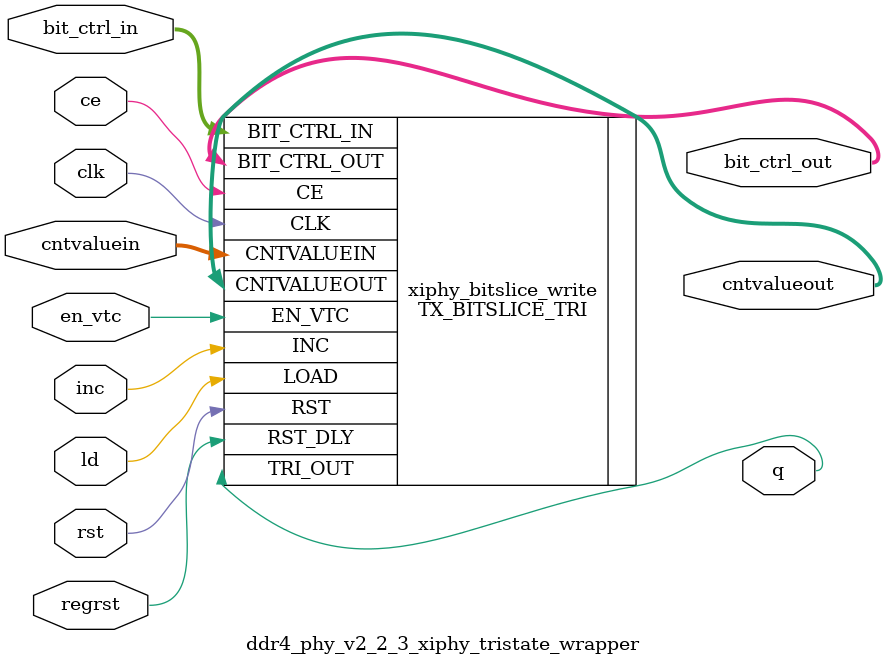
<source format=sv>

`timescale 1ps / 1ps

module ddr4_phy_v2_2_3_xiphy_tristate_wrapper #(

   parameter integer   DATA_WIDTH	= 8,           //8, 4, 1-bit interface 
   parameter           INIT             = 1'b0,        //Initial Oserdes value
   parameter           DELAY_TYPE       = "FIXED",     //FIXED, VAR_LOAD, VARIABLE type of ODELAY     
   parameter           DELAY_FORMAT     = "TIME",      //TIME (mc_fixed_dly_ratio = (2*9)*(1000000/REFCLK_FREQ/DELAY_VAL), COUNT (mc_fixed_delay_ratio={9'b0, DELAY_VAL})
   parameter           UPDATE_MODE      = "ASYNC",     //ASYNC (mc_le_manual=0,mc_le_async=1), SYNC(mc_le_manual=0,mc_le_sync=0), MANUAL (mc_le_manual=1,mc_le_async=0)
   parameter           DELAY_VAL        = 0,           //0 to 1250 ps
   parameter real      REFCLK_FREQ	= 300.0,       //300-2667 MHz
   parameter           OUTPUT_PHASE_90  = "FALSE",      //Delay DQ phase by 90 wrt write DQS
   parameter           NATIVE_ODELAY_BYPASS  = "FALSE",     //Delay DQ phase by 90 wrt write DQS
   parameter           SIM_DEVICE            = "ULTRASCALE"
) (
  input          ce,                 // odelay ce
  input          clk,                // odelay clk
  input          inc,                // odelay inc
  input          ld,                 // odelay ld
  input  [8:0]   cntvaluein,         // odelay 
  output [8:0]   cntvalueout,        // odelay cntvalueout
  output         q,                  // TX q output
  input          regrst,             // odelay reset
  input          rst,                // oserdes reset
  input          en_vtc,             // odelay en_vtc
  //Ribbon cable input bus from bitslice control 
//  input  [3:0]   nib_ctrl_in,        // {ddr_clk, div2_clk, div4_clk, ctrl_clk}  

  //Ribbon cable per-bit input bus from bitslice control 
  input  [39:0]  bit_ctrl_in,
  // {div4_clk, div2_clk, ddr_clk, force_oe_b, d[7:0], ctl2bs_tx_ddr_phase_sel, tx_bs_reset, tx_mux_360_p_sel, tx_mux_360_n_sel, tx_mux_720_p0_sel, tx_mux_720_p1_sel, tx_mux_720_p2_sel, tx_mux_720_p3_sel, 
  //toggle_div2_sel, ctl2bs_dynamic_mode_en, ctrl_ce, ctrl_inc, ctrl_ld, ctrl_dly[8:0], ctrl_clk}  

  //Ribbon cable per-bit output bus to bitslice control 
  //{bs2ctl_tx_ddr_phase_sel, vtc_ready, cntvalueout[8:0]}         
//  input  [10:0]  bit_ctrl_out 
  output  [39:0]  bit_ctrl_out

);

`ifdef ULTRASCALE_PHY_BLH
B_TX_BITSLICE_TRI #(
`else
TX_BITSLICE_TRI #(
`endif
   .DATA_WIDTH              (DATA_WIDTH),       //8, 2, 1
   .DELAY_FORMAT            (DELAY_FORMAT),     //TIME, COUNT
   .UPDATE_MODE             (UPDATE_MODE),      //SYNC, ASYNC, MANUAL 
   .INIT	                (INIT),             //Initial Oserdes value             
   .DELAY_TYPE   	        (DELAY_TYPE),       //FIXED, VAR_LOAD, VARIABLE
   .DELAY_VALUE	            (DELAY_VAL),        //0 to 1250 ps
   .REFCLK_FREQUENCY	    (REFCLK_FREQ),      //300-2667
   .OUTPUT_PHASE_90	        (OUTPUT_PHASE_90),   //delay output phase by 90
`ifndef ULTRASCALE_PHY_BLH
   .SIM_DEVICE              (SIM_DEVICE),
`endif
   .NATIVE_ODELAY_BYPASS    (NATIVE_ODELAY_BYPASS)
) 
xiphy_bitslice_write
(
   .CE                      (ce),
   .CLK                     (clk),
   .INC                     (inc),
   .LOAD                    (ld),
   .CNTVALUEIN              (cntvaluein),
   .CNTVALUEOUT             (cntvalueout),
   .TRI_OUT                 (q),
   .RST_DLY                 (regrst),
   .RST                     (rst),
   .EN_VTC                  (en_vtc),
 //  .NIB_CTRL_IN             (nib_ctrl_in),
   .BIT_CTRL_IN             (bit_ctrl_in),
   .BIT_CTRL_OUT            (bit_ctrl_out)
);

endmodule


</source>
